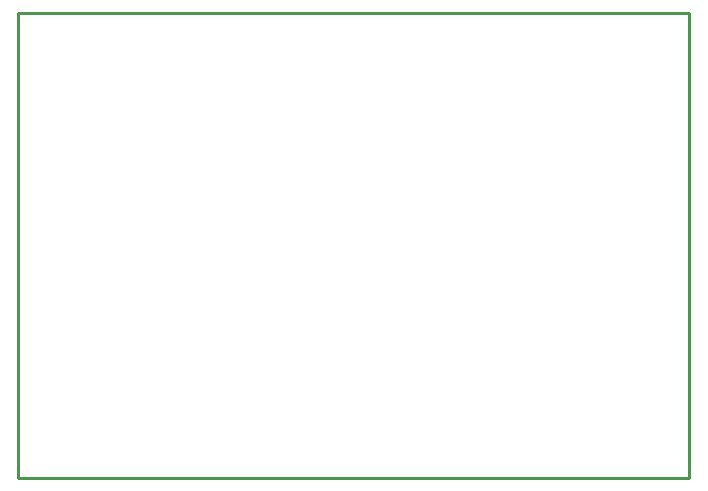
<source format=gbr>
G04 EAGLE Gerber RS-274X export*
G75*
%MOMM*%
%FSLAX34Y34*%
%LPD*%
%AMOC8*
5,1,8,0,0,1.08239X$1,22.5*%
G01*
%ADD10C,0.254000*%


D10*
X0Y0D02*
X568200Y0D01*
X568200Y393600D01*
X0Y393600D01*
X0Y0D01*
M02*

</source>
